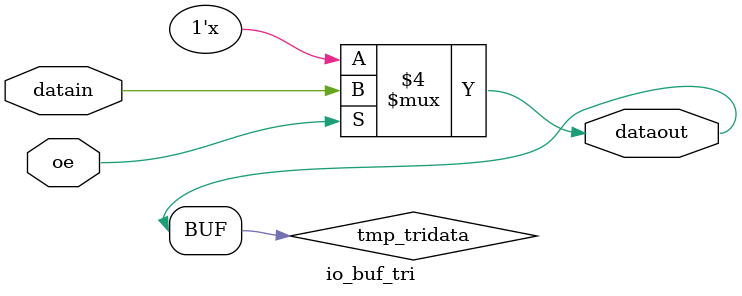
<source format=v>
module io_buf_tri (datain, dataout, oe);
	input  datain;
	input  oe;
	output dataout;
	reg tmp_tridata;
	always @(datain or oe)
	begin
        if (oe == 0)
		begin
			tmp_tridata = 1'bz;
		end
        else 
		begin
			tmp_tridata = datain;	
		end
	end
	assign dataout = tmp_tridata;
endmodule
</source>
